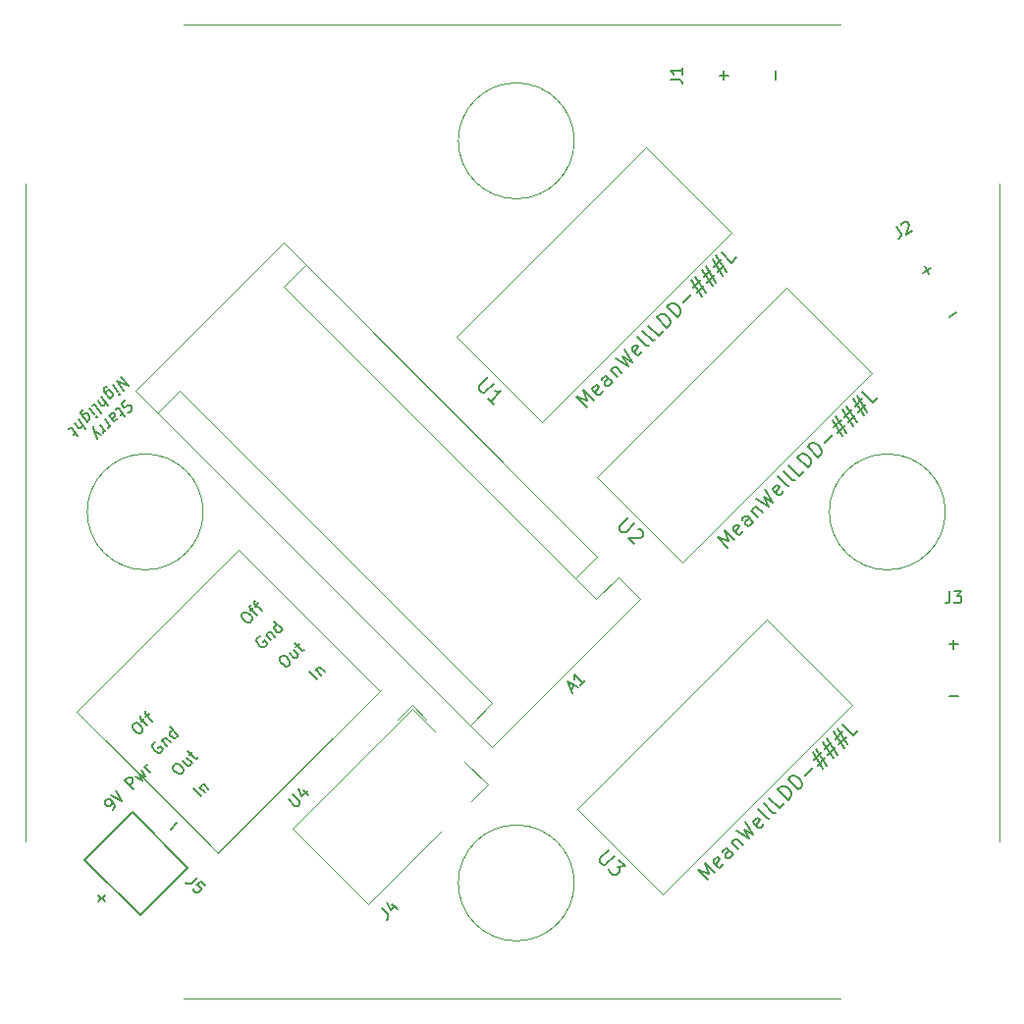
<source format=gbr>
%TF.GenerationSoftware,KiCad,Pcbnew,(5.1.8)-1*%
%TF.CreationDate,2021-02-04T12:25:32-06:00*%
%TF.ProjectId,Project - LED Dimmer Board,50726f6a-6563-4742-902d-204c45442044,rev?*%
%TF.SameCoordinates,Original*%
%TF.FileFunction,Legend,Top*%
%TF.FilePolarity,Positive*%
%FSLAX46Y46*%
G04 Gerber Fmt 4.6, Leading zero omitted, Abs format (unit mm)*
G04 Created by KiCad (PCBNEW (5.1.8)-1) date 2021-02-04 12:25:32*
%MOMM*%
%LPD*%
G01*
G04 APERTURE LIST*
%ADD10C,0.150000*%
%ADD11C,0.120000*%
%ADD12C,0.152400*%
G04 APERTURE END LIST*
D10*
X46807293Y-66037212D02*
X46676815Y-66100347D01*
X46508456Y-66268705D01*
X46470576Y-66373930D01*
X46466367Y-66445482D01*
X46491621Y-66554915D01*
X46550546Y-66630677D01*
X46643143Y-66672766D01*
X46706278Y-66676975D01*
X46803084Y-66647512D01*
X46967234Y-66550706D01*
X47064040Y-66521243D01*
X47127175Y-66525452D01*
X47219772Y-66567542D01*
X47278698Y-66643304D01*
X47303952Y-66752737D01*
X47299743Y-66824289D01*
X47261862Y-66929513D01*
X47093503Y-67097872D01*
X46963025Y-67161007D01*
X46584218Y-67135753D02*
X46314844Y-67405127D01*
X46689442Y-67501933D02*
X46159112Y-66820080D01*
X46066515Y-66777991D01*
X45969708Y-66807453D01*
X45902365Y-66874797D01*
X45363617Y-67413545D02*
X45687708Y-67830233D01*
X45780305Y-67872322D01*
X45877111Y-67842860D01*
X46011798Y-67708173D01*
X46049679Y-67602948D01*
X45393080Y-67451426D02*
X45430960Y-67346201D01*
X45599319Y-67177843D01*
X45696125Y-67148380D01*
X45788723Y-67190469D01*
X45847648Y-67266231D01*
X45872902Y-67375664D01*
X45835021Y-67480888D01*
X45666663Y-67649247D01*
X45628782Y-67754471D01*
X45026899Y-67750262D02*
X45439378Y-68280592D01*
X45321527Y-68129070D02*
X45346781Y-68238503D01*
X45342572Y-68310055D01*
X45304691Y-68415279D01*
X45237348Y-68482623D01*
X44589167Y-68187995D02*
X45001646Y-68718325D01*
X44883794Y-68566802D02*
X44909048Y-68676236D01*
X44904839Y-68747788D01*
X44866959Y-68853012D01*
X44799615Y-68920356D01*
X44631256Y-69088714D02*
X44050419Y-68726743D01*
X44294539Y-69425432D02*
X44050419Y-68726743D01*
X43970448Y-68469996D01*
X43974657Y-68398444D01*
X44012538Y-68293219D01*
X46385555Y-64058155D02*
X47004273Y-64853650D01*
X45981494Y-64462216D01*
X46600212Y-65257711D01*
X45644776Y-64798934D02*
X46057255Y-65329264D01*
X46263495Y-65594429D02*
X46267704Y-65522876D01*
X46204569Y-65518667D01*
X46200360Y-65590220D01*
X46263495Y-65594429D01*
X46204569Y-65518667D01*
X45417492Y-65969027D02*
X44916625Y-65325055D01*
X44891371Y-65215621D01*
X44895580Y-65144069D01*
X44933460Y-65038845D01*
X45034476Y-64937829D01*
X45131282Y-64908367D01*
X45034476Y-65476578D02*
X45072356Y-65371353D01*
X45207043Y-65236666D01*
X45303850Y-65207204D01*
X45366984Y-65211412D01*
X45459582Y-65253502D01*
X45636358Y-65480786D01*
X45661612Y-65590220D01*
X45657403Y-65661772D01*
X45619522Y-65766996D01*
X45484835Y-65901683D01*
X45388029Y-65931146D01*
X44668295Y-65775414D02*
X45287014Y-66570909D01*
X44365250Y-66078460D02*
X44689340Y-66495148D01*
X44781938Y-66537238D01*
X44878744Y-66507775D01*
X44979759Y-66406760D01*
X45017640Y-66301535D01*
X45021849Y-66229983D01*
X43927517Y-66516193D02*
X44024323Y-66486730D01*
X44116920Y-66528820D01*
X44647251Y-67210673D01*
X43658143Y-66785567D02*
X44070622Y-67315897D01*
X44276861Y-67581062D02*
X44281070Y-67509510D01*
X44217936Y-67505301D01*
X44213727Y-67576853D01*
X44276861Y-67581062D01*
X44217936Y-67505301D01*
X43430859Y-67955660D02*
X42929991Y-67311688D01*
X42904737Y-67202255D01*
X42908946Y-67130702D01*
X42946827Y-67025478D01*
X43047842Y-66924463D01*
X43144649Y-66895000D01*
X43047842Y-67463211D02*
X43085723Y-67357987D01*
X43220410Y-67223300D01*
X43317216Y-67193837D01*
X43380351Y-67198046D01*
X43472948Y-67240135D01*
X43649725Y-67467420D01*
X43674979Y-67576853D01*
X43670770Y-67648405D01*
X43632889Y-67753630D01*
X43498202Y-67888317D01*
X43401396Y-67917779D01*
X42681662Y-67762048D02*
X43300381Y-68557543D01*
X42378616Y-68065093D02*
X42702707Y-68481781D01*
X42795304Y-68523871D01*
X42892111Y-68494408D01*
X42993126Y-68393393D01*
X43031006Y-68288169D01*
X43035215Y-68216616D01*
X42555393Y-68831126D02*
X42286019Y-69100500D01*
X42660617Y-69197306D02*
X42130287Y-68515453D01*
X42037690Y-68473363D01*
X41940884Y-68502826D01*
X41873540Y-68570170D01*
D11*
%TO.C,REF\u002A\u002A*%
X38100379Y-104106318D02*
X38100379Y-47413518D01*
X51732579Y-33713118D02*
X108425379Y-33713118D01*
X122100379Y-47438918D02*
X122100379Y-104131718D01*
X51783379Y-117713118D02*
X108399979Y-117713118D01*
X85459979Y-107713118D02*
G75*
G03*
X85459979Y-107713118I-5000000J0D01*
G01*
X53459979Y-75713118D02*
G75*
G03*
X53459979Y-75713118I-5000000J0D01*
G01*
X117459979Y-75713118D02*
G75*
G03*
X117459979Y-75713118I-5000000J0D01*
G01*
X85459979Y-43713118D02*
G75*
G03*
X85459979Y-43713118I-5000000J0D01*
G01*
D12*
%TO.C,J5*%
X43245798Y-105701541D02*
X48023294Y-110479037D01*
X47340795Y-101606544D02*
X43245798Y-105701541D01*
X52118291Y-106384040D02*
X47340795Y-101606544D01*
X48023294Y-110479037D02*
X52118291Y-106384040D01*
D11*
%TO.C,U2*%
X87445811Y-72691123D02*
X94809621Y-80054933D01*
X94809621Y-80054933D02*
X111153687Y-63710867D01*
X111153687Y-63710867D02*
X103789877Y-56347057D01*
X103789877Y-56347057D02*
X87445811Y-72691123D01*
%TO.C,A1*%
X78374144Y-95988458D02*
X91130350Y-83232251D01*
X47657425Y-65271739D02*
X78374144Y-95988458D01*
X60413632Y-52515533D02*
X47657425Y-65271739D01*
X60413632Y-56291483D02*
X62301607Y-54403508D01*
X85558349Y-81436200D02*
X60413632Y-56291483D01*
X85558349Y-81436200D02*
X87446324Y-79548225D01*
X51433376Y-65271739D02*
X49545400Y-67159714D01*
X78374144Y-92212507D02*
X51433376Y-65271739D01*
X78374144Y-92212507D02*
X76486169Y-94100482D01*
X91130350Y-83232251D02*
X89242375Y-81344276D01*
X87446324Y-79548225D02*
X60413632Y-52515533D01*
X87354400Y-83232251D02*
X89242375Y-81344276D01*
X85558349Y-81436200D02*
X87354400Y-83232251D01*
%TO.C,U4*%
X54733595Y-105108844D02*
X68861589Y-90980851D01*
X47078316Y-97475627D02*
X54022104Y-104419415D01*
X47078316Y-97475627D02*
X45041847Y-95439158D01*
X54715634Y-105126804D02*
X42574328Y-92985498D01*
X42574328Y-92985498D02*
X56511686Y-79012220D01*
X56511686Y-79012220D02*
X68688913Y-91189447D01*
X68688913Y-91189447D02*
X54715634Y-105090883D01*
%TO.C,U1*%
X91648677Y-44282057D02*
X75304611Y-60626123D01*
X99012487Y-51645867D02*
X91648677Y-44282057D01*
X82668421Y-67989933D02*
X99012487Y-51645867D01*
X75304611Y-60626123D02*
X82668421Y-67989933D01*
%TO.C,U3*%
X102088077Y-85023657D02*
X85744011Y-101367723D01*
X109451887Y-92387467D02*
X102088077Y-85023657D01*
X93107821Y-108731533D02*
X109451887Y-92387467D01*
X85744011Y-101367723D02*
X93107821Y-108731533D01*
%TO.C,J4*%
X71468833Y-92365931D02*
X72699199Y-93596297D01*
X70238467Y-93596297D02*
X71468833Y-92365931D01*
X77974216Y-99210725D02*
X76560002Y-100624938D01*
X75994317Y-97230826D02*
X77974216Y-99210725D01*
X71468833Y-92705342D02*
X73448732Y-94685241D01*
X61145074Y-103029101D02*
X71468833Y-92705342D01*
X67650457Y-109534484D02*
X61145074Y-103029101D01*
X74014418Y-103170523D02*
X67650457Y-109534484D01*
%TO.C,J5*%
D10*
X52916392Y-107233874D02*
X52411316Y-107738950D01*
X52276629Y-107806294D01*
X52141942Y-107806294D01*
X52007255Y-107738950D01*
X51939912Y-107671607D01*
X53589827Y-107907309D02*
X53253110Y-107570592D01*
X52882721Y-107873637D01*
X52950064Y-107873637D01*
X53051079Y-107907309D01*
X53219438Y-108075668D01*
X53253110Y-108176683D01*
X53253110Y-108244027D01*
X53219438Y-108345042D01*
X53051079Y-108513401D01*
X52950064Y-108547072D01*
X52882721Y-108547072D01*
X52781705Y-108513401D01*
X52613347Y-108345042D01*
X52579675Y-108244027D01*
X52579675Y-108176683D01*
X45633589Y-101403119D02*
X45768276Y-101268432D01*
X45801948Y-101167417D01*
X45801948Y-101100073D01*
X45768276Y-100931714D01*
X45667261Y-100763356D01*
X45397887Y-100493982D01*
X45296872Y-100460310D01*
X45229528Y-100460310D01*
X45128513Y-100493982D01*
X44993826Y-100628669D01*
X44960154Y-100729684D01*
X44960154Y-100797027D01*
X44993826Y-100898043D01*
X45162185Y-101066401D01*
X45263200Y-101100073D01*
X45330544Y-101100073D01*
X45431559Y-101066401D01*
X45566246Y-100931714D01*
X45599918Y-100830699D01*
X45599918Y-100763356D01*
X45566246Y-100662340D01*
X45465231Y-100157264D02*
X46408040Y-100628669D01*
X45936635Y-99685860D01*
X47418192Y-99618516D02*
X46711085Y-98911409D01*
X46980459Y-98642035D01*
X47081475Y-98608364D01*
X47148818Y-98608364D01*
X47249833Y-98642035D01*
X47350849Y-98743051D01*
X47384520Y-98844066D01*
X47384520Y-98911409D01*
X47350849Y-99012425D01*
X47081475Y-99281799D01*
X47586551Y-98507348D02*
X48192642Y-98844066D01*
X47990612Y-98372661D01*
X48462016Y-98574692D01*
X48125299Y-97968600D01*
X48866077Y-98170631D02*
X48394673Y-97699226D01*
X48529360Y-97833913D02*
X48495688Y-97732898D01*
X48495688Y-97665555D01*
X48529360Y-97564539D01*
X48596703Y-97497196D01*
X50630380Y-103100010D02*
X51169128Y-102561262D01*
X44434003Y-109296387D02*
X44972751Y-108757639D01*
X44972751Y-109296387D02*
X44434003Y-108757639D01*
%TO.C,J2*%
X113262115Y-51094575D02*
X113619258Y-51713165D01*
X113649447Y-51860692D01*
X113614587Y-51990790D01*
X113514679Y-52103458D01*
X113432200Y-52151077D01*
X113680888Y-50962768D02*
X113698317Y-50897719D01*
X113756987Y-50808861D01*
X113963183Y-50689813D01*
X114069471Y-50683434D01*
X114134520Y-50700863D01*
X114223378Y-50759532D01*
X114270997Y-50842011D01*
X114301187Y-50989538D01*
X114092029Y-51770124D01*
X114628140Y-51460601D01*
X115530196Y-55067446D02*
X116190025Y-54686493D01*
X116050587Y-55206884D02*
X115669635Y-54547055D01*
X117774693Y-58904229D02*
X118434522Y-58523276D01*
%TO.C,J1*%
X93773180Y-38411733D02*
X94487466Y-38411733D01*
X94630323Y-38459352D01*
X94725561Y-38554590D01*
X94773180Y-38697447D01*
X94773180Y-38792685D01*
X94773180Y-37411733D02*
X94773180Y-37983161D01*
X94773180Y-37697447D02*
X93773180Y-37697447D01*
X93916038Y-37792685D01*
X94011276Y-37887923D01*
X94058895Y-37983161D01*
X98347828Y-38433952D02*
X98347828Y-37672047D01*
X98728780Y-38053000D02*
X97966876Y-38053000D01*
X102792828Y-38408552D02*
X102792828Y-37646647D01*
%TO.C,J3*%
X117831266Y-82571780D02*
X117831266Y-83286066D01*
X117783647Y-83428923D01*
X117688409Y-83524161D01*
X117545552Y-83571780D01*
X117450314Y-83571780D01*
X118212219Y-82571780D02*
X118831266Y-82571780D01*
X118497933Y-82952733D01*
X118640790Y-82952733D01*
X118736028Y-83000352D01*
X118783647Y-83047971D01*
X118831266Y-83143209D01*
X118831266Y-83381304D01*
X118783647Y-83476542D01*
X118736028Y-83524161D01*
X118640790Y-83571780D01*
X118355076Y-83571780D01*
X118259838Y-83524161D01*
X118212219Y-83476542D01*
X117809047Y-87146428D02*
X118570952Y-87146428D01*
X118190000Y-87527380D02*
X118190000Y-86765476D01*
X117834447Y-91591428D02*
X118596352Y-91591428D01*
%TO.C,U2*%
X90127058Y-76184870D02*
X89400085Y-76911843D01*
X89357322Y-77040132D01*
X89357322Y-77125658D01*
X89400085Y-77253948D01*
X89571138Y-77425000D01*
X89699427Y-77467763D01*
X89784953Y-77467763D01*
X89913243Y-77425000D01*
X90640216Y-76698027D01*
X90939558Y-77168421D02*
X91025084Y-77168421D01*
X91153373Y-77211185D01*
X91367189Y-77425000D01*
X91409952Y-77553290D01*
X91409952Y-77638816D01*
X91367189Y-77767105D01*
X91281663Y-77852631D01*
X91110610Y-77938158D01*
X90084295Y-77938158D01*
X90640216Y-78494078D01*
X98701064Y-78772038D02*
X97803038Y-77874013D01*
X98743827Y-78216118D01*
X98401722Y-77275329D01*
X99299748Y-78173355D01*
X100026721Y-77360855D02*
X99983958Y-77489145D01*
X99812905Y-77660197D01*
X99684616Y-77702960D01*
X99556327Y-77660197D01*
X99214222Y-77318092D01*
X99171458Y-77189803D01*
X99214222Y-77061513D01*
X99385274Y-76890461D01*
X99513563Y-76847698D01*
X99641853Y-76890461D01*
X99727379Y-76975987D01*
X99385274Y-77489145D01*
X100881983Y-76591119D02*
X100411589Y-76120725D01*
X100283300Y-76077961D01*
X100155010Y-76120725D01*
X99983958Y-76291777D01*
X99941195Y-76420066D01*
X100839220Y-76548356D02*
X100796457Y-76676645D01*
X100582642Y-76890461D01*
X100454352Y-76933224D01*
X100326063Y-76890461D01*
X100240537Y-76804935D01*
X100197773Y-76676645D01*
X100240537Y-76548356D01*
X100454352Y-76334540D01*
X100497115Y-76206251D01*
X100710931Y-75564804D02*
X101309615Y-76163488D01*
X100796457Y-75650330D02*
X100796457Y-75564804D01*
X100839220Y-75436515D01*
X100967510Y-75308225D01*
X101095799Y-75265462D01*
X101224088Y-75308225D01*
X101694483Y-75778620D01*
X101138562Y-74538489D02*
X102250403Y-75222699D01*
X101780009Y-74410200D01*
X102592508Y-74880594D01*
X101908298Y-73768753D01*
X103447771Y-73939805D02*
X103405008Y-74068095D01*
X103233955Y-74239147D01*
X103105666Y-74281910D01*
X102977377Y-74239147D01*
X102635272Y-73897042D01*
X102592508Y-73768753D01*
X102635272Y-73640463D01*
X102806324Y-73469411D01*
X102934613Y-73426648D01*
X103062903Y-73469411D01*
X103148429Y-73554937D01*
X102806324Y-74068095D01*
X104046455Y-73426648D02*
X103918165Y-73469411D01*
X103789876Y-73426648D01*
X103020140Y-72656911D01*
X104516849Y-72956253D02*
X104388560Y-72999016D01*
X104260270Y-72956253D01*
X103490534Y-72186517D01*
X105286585Y-72186517D02*
X104858954Y-72614148D01*
X103960928Y-71716123D01*
X105585927Y-71887175D02*
X104687901Y-70989150D01*
X104901717Y-70775334D01*
X105072770Y-70689808D01*
X105243822Y-70689808D01*
X105372111Y-70732571D01*
X105585927Y-70860860D01*
X105714216Y-70989150D01*
X105842506Y-71202965D01*
X105885269Y-71331255D01*
X105885269Y-71502307D01*
X105799743Y-71673360D01*
X105585927Y-71887175D01*
X106483953Y-70989150D02*
X105585927Y-70091124D01*
X105799743Y-69877308D01*
X105970795Y-69791782D01*
X106141848Y-69791782D01*
X106270137Y-69834545D01*
X106483953Y-69962835D01*
X106612242Y-70091124D01*
X106740531Y-70304940D01*
X106783295Y-70433229D01*
X106783295Y-70604282D01*
X106697768Y-70775334D01*
X106483953Y-70989150D01*
X107039873Y-69749019D02*
X107724083Y-69064809D01*
X107852373Y-68423362D02*
X108493820Y-67781915D01*
X107724083Y-67781915D02*
X108622109Y-69193098D01*
X108793161Y-68252310D02*
X108151715Y-68893757D01*
X108921451Y-68893757D02*
X108023425Y-67482573D01*
X108750398Y-67525337D02*
X109391845Y-66883890D01*
X108622109Y-66883890D02*
X109520135Y-68295073D01*
X109691187Y-67354284D02*
X109049740Y-67995731D01*
X109819476Y-67995731D02*
X108921451Y-66584548D01*
X109648424Y-66627311D02*
X110289871Y-65985864D01*
X109520135Y-65985864D02*
X110418160Y-67397047D01*
X110589213Y-66456258D02*
X109947766Y-67097705D01*
X110717502Y-67097705D02*
X109819476Y-65686522D01*
X111615528Y-65857575D02*
X111187896Y-66285206D01*
X110289871Y-65387180D01*
%TO.C,A1*%
X85171123Y-91039383D02*
X85507841Y-90702665D01*
X85305810Y-91308757D02*
X84834406Y-90365948D01*
X85777215Y-90837352D01*
X86383306Y-90231261D02*
X85979245Y-90635322D01*
X86181276Y-90433291D02*
X85474169Y-89726185D01*
X85507841Y-89894543D01*
X85507841Y-90029230D01*
X85474169Y-90130246D01*
%TO.C,U4*%
X60792183Y-100501078D02*
X61364603Y-101073498D01*
X61465618Y-101107170D01*
X61532962Y-101107170D01*
X61633977Y-101073498D01*
X61768664Y-100938811D01*
X61802336Y-100837796D01*
X61802336Y-100770452D01*
X61768664Y-100669437D01*
X61196244Y-100097017D01*
X62071710Y-99692956D02*
X62543114Y-100164361D01*
X61633977Y-99591941D02*
X61970695Y-100265376D01*
X62408427Y-99827643D01*
X53287824Y-100261620D02*
X52580717Y-99554513D01*
X53153136Y-99453498D02*
X53624541Y-99924902D01*
X53220480Y-99520841D02*
X53220480Y-99453498D01*
X53254152Y-99352482D01*
X53355167Y-99251467D01*
X53456182Y-99217795D01*
X53557198Y-99251467D01*
X53927587Y-99621857D01*
X50883432Y-97587854D02*
X51018119Y-97453167D01*
X51119134Y-97419495D01*
X51253821Y-97419495D01*
X51422180Y-97520511D01*
X51657882Y-97756213D01*
X51758897Y-97924572D01*
X51758897Y-98059259D01*
X51725225Y-98160274D01*
X51590538Y-98294961D01*
X51489523Y-98328633D01*
X51354836Y-98328633D01*
X51186477Y-98227617D01*
X50950775Y-97991915D01*
X50849760Y-97823556D01*
X50849760Y-97688869D01*
X50883432Y-97587854D01*
X52028271Y-96914419D02*
X52499676Y-97385824D01*
X51725225Y-97217465D02*
X52095615Y-97587854D01*
X52196630Y-97621526D01*
X52297645Y-97587854D01*
X52398661Y-97486839D01*
X52432332Y-97385824D01*
X52432332Y-97318480D01*
X52263974Y-96678717D02*
X52533348Y-96409343D01*
X52129287Y-96341999D02*
X52735378Y-96948091D01*
X52836393Y-96981762D01*
X52937409Y-96948091D01*
X53004752Y-96880747D01*
X49338793Y-95571812D02*
X49237778Y-95605484D01*
X49136763Y-95706499D01*
X49069419Y-95841186D01*
X49069419Y-95975873D01*
X49103091Y-96076888D01*
X49204106Y-96245247D01*
X49305122Y-96346262D01*
X49473480Y-96447277D01*
X49574496Y-96480949D01*
X49709183Y-96480949D01*
X49843870Y-96413606D01*
X49911213Y-96346262D01*
X49978557Y-96211575D01*
X49978557Y-96144232D01*
X49742854Y-95908529D01*
X49608167Y-96043216D01*
X49877541Y-95437125D02*
X50348946Y-95908529D01*
X49944885Y-95504468D02*
X49944885Y-95437125D01*
X49978557Y-95336109D01*
X50079572Y-95235094D01*
X50180587Y-95201422D01*
X50281603Y-95235094D01*
X50651992Y-95605484D01*
X51291755Y-94965720D02*
X50584648Y-94258613D01*
X51258083Y-94932048D02*
X51224412Y-95033064D01*
X51089725Y-95167751D01*
X50988709Y-95201422D01*
X50921366Y-95201422D01*
X50820351Y-95167751D01*
X50618320Y-94965720D01*
X50584648Y-94864705D01*
X50584648Y-94797361D01*
X50618320Y-94696346D01*
X50753007Y-94561659D01*
X50854022Y-94527987D01*
X47363171Y-94067594D02*
X47497858Y-93932907D01*
X47598873Y-93899235D01*
X47733560Y-93899235D01*
X47901919Y-94000250D01*
X48137621Y-94235953D01*
X48238636Y-94404311D01*
X48238636Y-94538998D01*
X48204965Y-94640014D01*
X48070278Y-94774701D01*
X47969262Y-94808372D01*
X47834575Y-94808372D01*
X47666217Y-94707357D01*
X47430514Y-94471655D01*
X47329499Y-94303296D01*
X47329499Y-94168609D01*
X47363171Y-94067594D01*
X48103949Y-93798220D02*
X48373323Y-93528846D01*
X48676369Y-94168609D02*
X48070278Y-93562518D01*
X48036606Y-93461502D01*
X48070278Y-93360487D01*
X48137621Y-93293144D01*
X48508010Y-93394159D02*
X48777384Y-93124785D01*
X49080430Y-93764548D02*
X48474339Y-93158457D01*
X48440667Y-93057441D01*
X48474339Y-92956426D01*
X48541682Y-92889083D01*
X56794756Y-84528244D02*
X56929443Y-84393557D01*
X57030458Y-84359885D01*
X57165145Y-84359885D01*
X57333504Y-84460900D01*
X57569206Y-84696603D01*
X57670221Y-84864961D01*
X57670221Y-84999648D01*
X57636550Y-85100664D01*
X57501863Y-85235351D01*
X57400847Y-85269022D01*
X57266160Y-85269022D01*
X57097802Y-85168007D01*
X56862099Y-84932305D01*
X56761084Y-84763946D01*
X56761084Y-84629259D01*
X56794756Y-84528244D01*
X57535534Y-84258870D02*
X57804908Y-83989496D01*
X58107954Y-84629259D02*
X57501863Y-84023168D01*
X57468191Y-83922152D01*
X57501863Y-83821137D01*
X57569206Y-83753794D01*
X57939595Y-83854809D02*
X58208969Y-83585435D01*
X58512015Y-84225198D02*
X57905924Y-83619107D01*
X57872252Y-83518091D01*
X57905924Y-83417076D01*
X57973267Y-83349733D01*
X58332646Y-86470196D02*
X58231631Y-86503868D01*
X58130616Y-86604883D01*
X58063272Y-86739570D01*
X58063272Y-86874257D01*
X58096944Y-86975272D01*
X58197959Y-87143631D01*
X58298975Y-87244646D01*
X58467333Y-87345661D01*
X58568349Y-87379333D01*
X58703036Y-87379333D01*
X58837723Y-87311990D01*
X58905066Y-87244646D01*
X58972410Y-87109959D01*
X58972410Y-87042616D01*
X58736707Y-86806913D01*
X58602020Y-86941600D01*
X58871394Y-86335509D02*
X59342799Y-86806913D01*
X58938738Y-86402852D02*
X58938738Y-86335509D01*
X58972410Y-86234493D01*
X59073425Y-86133478D01*
X59174440Y-86099806D01*
X59275456Y-86133478D01*
X59645845Y-86503868D01*
X60285608Y-85864104D02*
X59578501Y-85156997D01*
X60251936Y-85830432D02*
X60218265Y-85931448D01*
X60083578Y-86066135D01*
X59982562Y-86099806D01*
X59915219Y-86099806D01*
X59814204Y-86066135D01*
X59612173Y-85864104D01*
X59578501Y-85763089D01*
X59578501Y-85695745D01*
X59612173Y-85594730D01*
X59746860Y-85460043D01*
X59847875Y-85426371D01*
X63291829Y-90149852D02*
X62584722Y-89442745D01*
X63157141Y-89341730D02*
X63628546Y-89813134D01*
X63224485Y-89409073D02*
X63224485Y-89341730D01*
X63258157Y-89240714D01*
X63359172Y-89139699D01*
X63460187Y-89106027D01*
X63561203Y-89139699D01*
X63931592Y-89510089D01*
X60079315Y-88284208D02*
X60214002Y-88149521D01*
X60315017Y-88115849D01*
X60449704Y-88115849D01*
X60618063Y-88216865D01*
X60853765Y-88452567D01*
X60954780Y-88620926D01*
X60954780Y-88755613D01*
X60921108Y-88856628D01*
X60786421Y-88991315D01*
X60685406Y-89024987D01*
X60550719Y-89024987D01*
X60382360Y-88923971D01*
X60146658Y-88688269D01*
X60045643Y-88519910D01*
X60045643Y-88385223D01*
X60079315Y-88284208D01*
X61224154Y-87610773D02*
X61695559Y-88082178D01*
X60921108Y-87913819D02*
X61291498Y-88284208D01*
X61392513Y-88317880D01*
X61493528Y-88284208D01*
X61594544Y-88183193D01*
X61628215Y-88082178D01*
X61628215Y-88014834D01*
X61459857Y-87375071D02*
X61729231Y-87105697D01*
X61325170Y-87038353D02*
X61931261Y-87644445D01*
X62032276Y-87678116D01*
X62133292Y-87644445D01*
X62200635Y-87577101D01*
%TO.C,U1*%
X77985858Y-64119870D02*
X77258885Y-64846843D01*
X77216122Y-64975132D01*
X77216122Y-65060658D01*
X77258885Y-65188948D01*
X77429938Y-65360000D01*
X77558227Y-65402763D01*
X77643753Y-65402763D01*
X77772043Y-65360000D01*
X78499016Y-64633027D01*
X78499016Y-66429078D02*
X77985858Y-65915921D01*
X78242437Y-66172500D02*
X79140463Y-65274474D01*
X78926647Y-65317237D01*
X78755595Y-65317237D01*
X78627305Y-65274474D01*
X86559864Y-66707038D02*
X85661838Y-65809013D01*
X86602627Y-66151118D01*
X86260522Y-65210329D01*
X87158548Y-66108355D01*
X87885521Y-65295855D02*
X87842758Y-65424145D01*
X87671705Y-65595197D01*
X87543416Y-65637960D01*
X87415127Y-65595197D01*
X87073022Y-65253092D01*
X87030258Y-65124803D01*
X87073022Y-64996513D01*
X87244074Y-64825461D01*
X87372363Y-64782698D01*
X87500653Y-64825461D01*
X87586179Y-64910987D01*
X87244074Y-65424145D01*
X88740783Y-64526119D02*
X88270389Y-64055725D01*
X88142100Y-64012961D01*
X88013810Y-64055725D01*
X87842758Y-64226777D01*
X87799995Y-64355066D01*
X88698020Y-64483356D02*
X88655257Y-64611645D01*
X88441442Y-64825461D01*
X88313152Y-64868224D01*
X88184863Y-64825461D01*
X88099337Y-64739935D01*
X88056573Y-64611645D01*
X88099337Y-64483356D01*
X88313152Y-64269540D01*
X88355915Y-64141251D01*
X88569731Y-63499804D02*
X89168415Y-64098488D01*
X88655257Y-63585330D02*
X88655257Y-63499804D01*
X88698020Y-63371515D01*
X88826310Y-63243225D01*
X88954599Y-63200462D01*
X89082888Y-63243225D01*
X89553283Y-63713620D01*
X88997362Y-62473489D02*
X90109203Y-63157699D01*
X89638809Y-62345200D01*
X90451308Y-62815594D01*
X89767098Y-61703753D01*
X91306571Y-61874805D02*
X91263808Y-62003095D01*
X91092755Y-62174147D01*
X90964466Y-62216910D01*
X90836177Y-62174147D01*
X90494072Y-61832042D01*
X90451308Y-61703753D01*
X90494072Y-61575463D01*
X90665124Y-61404411D01*
X90793413Y-61361648D01*
X90921703Y-61404411D01*
X91007229Y-61489937D01*
X90665124Y-62003095D01*
X91905255Y-61361648D02*
X91776965Y-61404411D01*
X91648676Y-61361648D01*
X90878940Y-60591911D01*
X92375649Y-60891253D02*
X92247360Y-60934016D01*
X92119070Y-60891253D01*
X91349334Y-60121517D01*
X93145385Y-60121517D02*
X92717754Y-60549148D01*
X91819728Y-59651123D01*
X93444727Y-59822175D02*
X92546701Y-58924150D01*
X92760517Y-58710334D01*
X92931570Y-58624808D01*
X93102622Y-58624808D01*
X93230911Y-58667571D01*
X93444727Y-58795860D01*
X93573016Y-58924150D01*
X93701306Y-59137965D01*
X93744069Y-59266255D01*
X93744069Y-59437307D01*
X93658543Y-59608360D01*
X93444727Y-59822175D01*
X94342753Y-58924150D02*
X93444727Y-58026124D01*
X93658543Y-57812308D01*
X93829595Y-57726782D01*
X94000648Y-57726782D01*
X94128937Y-57769545D01*
X94342753Y-57897835D01*
X94471042Y-58026124D01*
X94599331Y-58239940D01*
X94642095Y-58368229D01*
X94642095Y-58539282D01*
X94556568Y-58710334D01*
X94342753Y-58924150D01*
X94898673Y-57684019D02*
X95582883Y-56999809D01*
X95711173Y-56358362D02*
X96352620Y-55716915D01*
X95582883Y-55716915D02*
X96480909Y-57128098D01*
X96651961Y-56187310D02*
X96010515Y-56828757D01*
X96780251Y-56828757D02*
X95882225Y-55417573D01*
X96609198Y-55460337D02*
X97250645Y-54818890D01*
X96480909Y-54818890D02*
X97378935Y-56230073D01*
X97549987Y-55289284D02*
X96908540Y-55930731D01*
X97678276Y-55930731D02*
X96780251Y-54519548D01*
X97507224Y-54562311D02*
X98148671Y-53920864D01*
X97378935Y-53920864D02*
X98276960Y-55332047D01*
X98448013Y-54391258D02*
X97806566Y-55032705D01*
X98576302Y-55032705D02*
X97678276Y-53621522D01*
X99474328Y-53792575D02*
X99046696Y-54220206D01*
X98148671Y-53322180D01*
%TO.C,U3*%
X88425258Y-104861470D02*
X87698285Y-105588443D01*
X87655522Y-105716732D01*
X87655522Y-105802258D01*
X87698285Y-105930548D01*
X87869338Y-106101600D01*
X87997627Y-106144363D01*
X88083153Y-106144363D01*
X88211443Y-106101600D01*
X88938416Y-105374627D01*
X89280521Y-105716732D02*
X89836442Y-106272653D01*
X89194995Y-106315416D01*
X89323284Y-106443705D01*
X89366047Y-106571995D01*
X89366047Y-106657521D01*
X89323284Y-106785810D01*
X89109468Y-106999626D01*
X88981179Y-107042389D01*
X88895653Y-107042389D01*
X88767363Y-106999626D01*
X88510785Y-106743047D01*
X88468022Y-106614758D01*
X88468022Y-106529231D01*
X96999264Y-107448638D02*
X96101238Y-106550613D01*
X97042027Y-106892718D01*
X96699922Y-105951929D01*
X97597948Y-106849955D01*
X98324921Y-106037455D02*
X98282158Y-106165745D01*
X98111105Y-106336797D01*
X97982816Y-106379560D01*
X97854527Y-106336797D01*
X97512422Y-105994692D01*
X97469658Y-105866403D01*
X97512422Y-105738113D01*
X97683474Y-105567061D01*
X97811763Y-105524298D01*
X97940053Y-105567061D01*
X98025579Y-105652587D01*
X97683474Y-106165745D01*
X99180183Y-105267719D02*
X98709789Y-104797325D01*
X98581500Y-104754561D01*
X98453210Y-104797325D01*
X98282158Y-104968377D01*
X98239395Y-105096666D01*
X99137420Y-105224956D02*
X99094657Y-105353245D01*
X98880842Y-105567061D01*
X98752552Y-105609824D01*
X98624263Y-105567061D01*
X98538737Y-105481535D01*
X98495973Y-105353245D01*
X98538737Y-105224956D01*
X98752552Y-105011140D01*
X98795315Y-104882851D01*
X99009131Y-104241404D02*
X99607815Y-104840088D01*
X99094657Y-104326930D02*
X99094657Y-104241404D01*
X99137420Y-104113115D01*
X99265710Y-103984825D01*
X99393999Y-103942062D01*
X99522288Y-103984825D01*
X99992683Y-104455220D01*
X99436762Y-103215089D02*
X100548603Y-103899299D01*
X100078209Y-103086800D01*
X100890708Y-103557194D01*
X100206498Y-102445353D01*
X101745971Y-102616405D02*
X101703208Y-102744695D01*
X101532155Y-102915747D01*
X101403866Y-102958510D01*
X101275577Y-102915747D01*
X100933472Y-102573642D01*
X100890708Y-102445353D01*
X100933472Y-102317063D01*
X101104524Y-102146011D01*
X101232813Y-102103248D01*
X101361103Y-102146011D01*
X101446629Y-102231537D01*
X101104524Y-102744695D01*
X102344655Y-102103248D02*
X102216365Y-102146011D01*
X102088076Y-102103248D01*
X101318340Y-101333511D01*
X102815049Y-101632853D02*
X102686760Y-101675616D01*
X102558470Y-101632853D01*
X101788734Y-100863117D01*
X103584785Y-100863117D02*
X103157154Y-101290748D01*
X102259128Y-100392723D01*
X103884127Y-100563775D02*
X102986101Y-99665750D01*
X103199917Y-99451934D01*
X103370970Y-99366408D01*
X103542022Y-99366408D01*
X103670311Y-99409171D01*
X103884127Y-99537460D01*
X104012416Y-99665750D01*
X104140706Y-99879565D01*
X104183469Y-100007855D01*
X104183469Y-100178907D01*
X104097943Y-100349960D01*
X103884127Y-100563775D01*
X104782153Y-99665750D02*
X103884127Y-98767724D01*
X104097943Y-98553908D01*
X104268995Y-98468382D01*
X104440048Y-98468382D01*
X104568337Y-98511145D01*
X104782153Y-98639435D01*
X104910442Y-98767724D01*
X105038731Y-98981540D01*
X105081495Y-99109829D01*
X105081495Y-99280882D01*
X104995968Y-99451934D01*
X104782153Y-99665750D01*
X105338073Y-98425619D02*
X106022283Y-97741409D01*
X106150573Y-97099962D02*
X106792020Y-96458515D01*
X106022283Y-96458515D02*
X106920309Y-97869698D01*
X107091361Y-96928910D02*
X106449915Y-97570357D01*
X107219651Y-97570357D02*
X106321625Y-96159173D01*
X107048598Y-96201937D02*
X107690045Y-95560490D01*
X106920309Y-95560490D02*
X107818335Y-96971673D01*
X107989387Y-96030884D02*
X107347940Y-96672331D01*
X108117676Y-96672331D02*
X107219651Y-95261148D01*
X107946624Y-95303911D02*
X108588071Y-94662464D01*
X107818335Y-94662464D02*
X108716360Y-96073647D01*
X108887413Y-95132858D02*
X108245966Y-95774305D01*
X109015702Y-95774305D02*
X108117676Y-94363122D01*
X109913728Y-94534175D02*
X109486096Y-94961806D01*
X108588071Y-94063780D01*
%TO.C,J4*%
X68842079Y-109911779D02*
X69347155Y-110416855D01*
X69414499Y-110551542D01*
X69414499Y-110686229D01*
X69347155Y-110820916D01*
X69279812Y-110888259D01*
X69717545Y-109507718D02*
X70188949Y-109979122D01*
X69279812Y-109406702D02*
X69616529Y-110080137D01*
X70054262Y-109642405D01*
%TD*%
M02*

</source>
